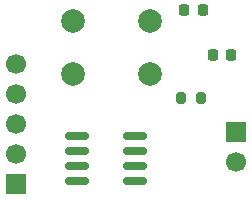
<source format=gbr>
%TF.GenerationSoftware,KiCad,Pcbnew,9.0.3*%
%TF.CreationDate,2025-11-22T12:31:02+05:30*%
%TF.ProjectId,multilayer trial,6d756c74-696c-4617-9965-722074726961,rev?*%
%TF.SameCoordinates,Original*%
%TF.FileFunction,Soldermask,Top*%
%TF.FilePolarity,Negative*%
%FSLAX46Y46*%
G04 Gerber Fmt 4.6, Leading zero omitted, Abs format (unit mm)*
G04 Created by KiCad (PCBNEW 9.0.3) date 2025-11-22 12:31:02*
%MOMM*%
%LPD*%
G01*
G04 APERTURE LIST*
G04 Aperture macros list*
%AMRoundRect*
0 Rectangle with rounded corners*
0 $1 Rounding radius*
0 $2 $3 $4 $5 $6 $7 $8 $9 X,Y pos of 4 corners*
0 Add a 4 corners polygon primitive as box body*
4,1,4,$2,$3,$4,$5,$6,$7,$8,$9,$2,$3,0*
0 Add four circle primitives for the rounded corners*
1,1,$1+$1,$2,$3*
1,1,$1+$1,$4,$5*
1,1,$1+$1,$6,$7*
1,1,$1+$1,$8,$9*
0 Add four rect primitives between the rounded corners*
20,1,$1+$1,$2,$3,$4,$5,0*
20,1,$1+$1,$4,$5,$6,$7,0*
20,1,$1+$1,$6,$7,$8,$9,0*
20,1,$1+$1,$8,$9,$2,$3,0*%
G04 Aperture macros list end*
%ADD10RoundRect,0.225000X-0.225000X-0.250000X0.225000X-0.250000X0.225000X0.250000X-0.225000X0.250000X0*%
%ADD11C,2.000000*%
%ADD12R,1.700000X1.700000*%
%ADD13C,1.700000*%
%ADD14RoundRect,0.200000X0.200000X0.275000X-0.200000X0.275000X-0.200000X-0.275000X0.200000X-0.275000X0*%
%ADD15RoundRect,0.150000X-0.825000X-0.150000X0.825000X-0.150000X0.825000X0.150000X-0.825000X0.150000X0*%
G04 APERTURE END LIST*
D10*
%TO.C,C2*%
X124850000Y-85800000D03*
X126400000Y-85800000D03*
%TD*%
D11*
%TO.C,SW1*%
X113000000Y-82900000D03*
X119500000Y-82900000D03*
X113000000Y-87400000D03*
X119500000Y-87400000D03*
%TD*%
D12*
%TO.C,J2*%
X108200000Y-96740000D03*
D13*
X108200000Y-94200000D03*
X108200000Y-91660000D03*
X108200000Y-89120000D03*
X108200000Y-86580000D03*
%TD*%
D10*
%TO.C,C1*%
X122450000Y-82000000D03*
X124000000Y-82000000D03*
%TD*%
D14*
%TO.C,R1*%
X123850000Y-89400000D03*
X122200000Y-89400000D03*
%TD*%
D15*
%TO.C,U1*%
X113325000Y-92695000D03*
X113325000Y-93965000D03*
X113325000Y-95235000D03*
X113325000Y-96505000D03*
X118275000Y-96505000D03*
X118275000Y-95235000D03*
X118275000Y-93965000D03*
X118275000Y-92695000D03*
%TD*%
D12*
%TO.C,J1*%
X126800000Y-92325000D03*
D13*
X126800000Y-94865000D03*
%TD*%
M02*

</source>
